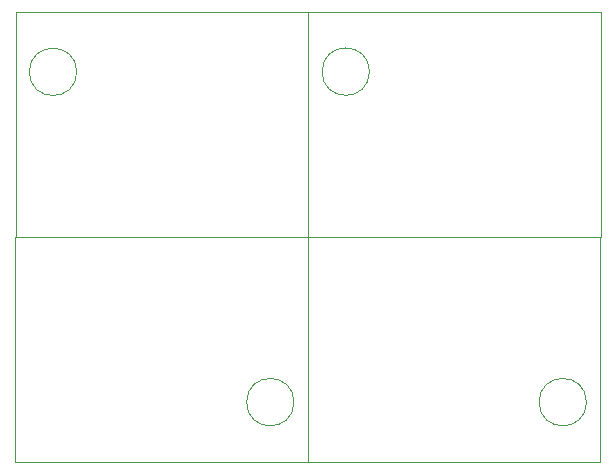
<source format=gbr>
%TF.GenerationSoftware,KiCad,Pcbnew,7.0.9*%
%TF.CreationDate,2024-06-08T10:48:36-04:00*%
%TF.ProjectId,8P breakout header,38502062-7265-4616-9b6f-757420686561,rev?*%
%TF.SameCoordinates,Original*%
%TF.FileFunction,Profile,NP*%
%FSLAX46Y46*%
G04 Gerber Fmt 4.6, Leading zero omitted, Abs format (unit mm)*
G04 Created by KiCad (PCBNEW 7.0.9) date 2024-06-08 10:48:36*
%MOMM*%
%LPD*%
G01*
G04 APERTURE LIST*
%TA.AperFunction,Profile*%
%ADD10C,0.100000*%
%TD*%
G04 APERTURE END LIST*
D10*
X208363046Y-106065000D02*
G75*
G03*
X208363046Y-106065000I-2008046J0D01*
G01*
X209530000Y-111145000D02*
X209530000Y-92095000D01*
X184765000Y-111145000D02*
X209530000Y-111145000D01*
X195560000Y-92095000D02*
X198100000Y-92095000D01*
X195560000Y-92095000D02*
X184765000Y-92095000D01*
X209530000Y-92095000D02*
X198100000Y-92095000D01*
X184765000Y-92095000D02*
X184765000Y-111145000D01*
X183598046Y-106065000D02*
G75*
G03*
X183598046Y-106065000I-2008046J0D01*
G01*
X184765000Y-111145000D02*
X184765000Y-92095000D01*
X160000000Y-111145000D02*
X184765000Y-111145000D01*
X170795000Y-92095000D02*
X173335000Y-92095000D01*
X170795000Y-92095000D02*
X160000000Y-92095000D01*
X184765000Y-92095000D02*
X173335000Y-92095000D01*
X160000000Y-92095000D02*
X160000000Y-111145000D01*
X189988046Y-78085000D02*
G75*
G03*
X189988046Y-78085000I-2008046J0D01*
G01*
X184805000Y-73005000D02*
X184805000Y-92055000D01*
X209570000Y-73005000D02*
X184805000Y-73005000D01*
X198775000Y-92055000D02*
X196235000Y-92055000D01*
X198775000Y-92055000D02*
X209570000Y-92055000D01*
X184805000Y-92055000D02*
X196235000Y-92055000D01*
X209570000Y-92055000D02*
X209570000Y-73005000D01*
X165203046Y-78105000D02*
G75*
G03*
X165203046Y-78105000I-2008046J0D01*
G01*
X160020000Y-73025000D02*
X160020000Y-92075000D01*
X173990000Y-92075000D02*
X171450000Y-92075000D01*
X173990000Y-92075000D02*
X184785000Y-92075000D01*
X184785000Y-92075000D02*
X184785000Y-73025000D01*
X160020000Y-92075000D02*
X171450000Y-92075000D01*
X184785000Y-73025000D02*
X160020000Y-73025000D01*
M02*

</source>
